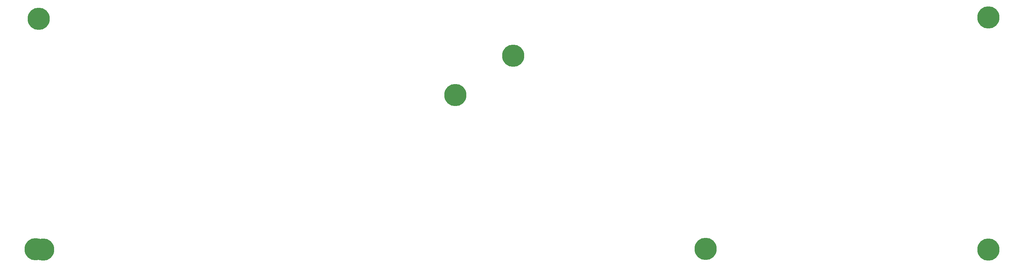
<source format=gbr>
G04 #@! TF.GenerationSoftware,KiCad,Pcbnew,(6.0.4)*
G04 #@! TF.CreationDate,2022-04-27T23:37:41+02:00*
G04 #@! TF.ProjectId,plate,706c6174-652e-46b6-9963-61645f706362,rev?*
G04 #@! TF.SameCoordinates,Original*
G04 #@! TF.FileFunction,Soldermask,Bot*
G04 #@! TF.FilePolarity,Negative*
%FSLAX46Y46*%
G04 Gerber Fmt 4.6, Leading zero omitted, Abs format (unit mm)*
G04 Created by KiCad (PCBNEW (6.0.4)) date 2022-04-27 23:37:41*
%MOMM*%
%LPD*%
G01*
G04 APERTURE LIST*
%ADD10C,5.500000*%
G04 APERTURE END LIST*
D10*
X26625000Y-85725072D03*
X142875000Y-37750000D03*
X260430000Y-85725072D03*
X260425000Y-28227050D03*
X25600000Y-28575024D03*
X128587608Y-47425040D03*
X190500160Y-85525000D03*
X24770000Y-85690000D03*
M02*

</source>
